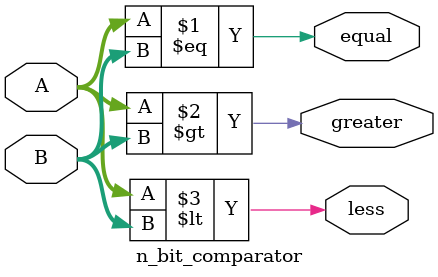
<source format=v>
module n_bit_comparator(
    input [N-1:0] A,  // n-bit input A
    input [N-1:0] B,  // n-bit input B
    output equal,     // output indicating A and B are equal
    output greater,   // output indicating A is greater than B
    output less       // output indicating A is less than B
);

parameter N = 8;  // Define N as the number of bits for the inputs

assign equal = (A == B);        // Output equal if A and B are equal
assign greater = (A > B);       // Output greater if A is greater than B
assign less = (A < B);          // Output less if A is less than B

endmodule

</source>
